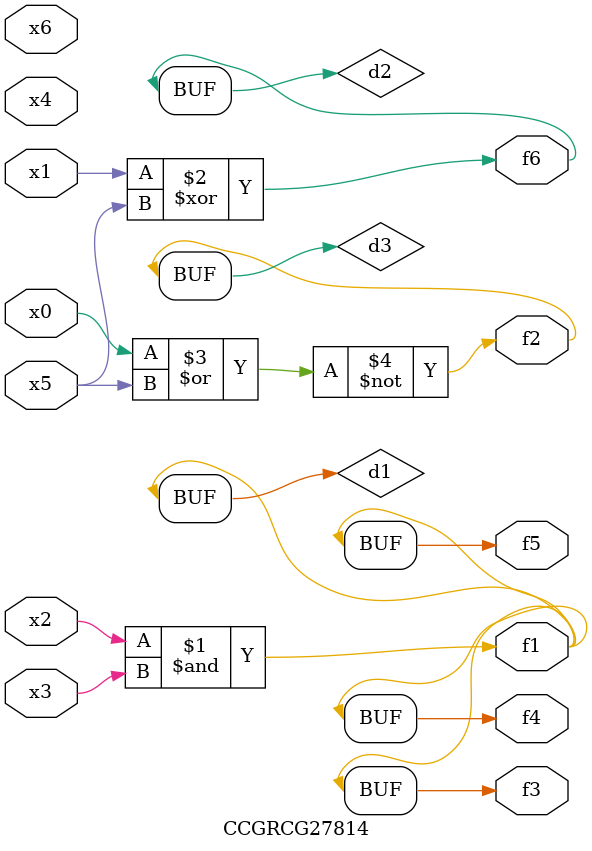
<source format=v>
module CCGRCG27814(
	input x0, x1, x2, x3, x4, x5, x6,
	output f1, f2, f3, f4, f5, f6
);

	wire d1, d2, d3;

	and (d1, x2, x3);
	xor (d2, x1, x5);
	nor (d3, x0, x5);
	assign f1 = d1;
	assign f2 = d3;
	assign f3 = d1;
	assign f4 = d1;
	assign f5 = d1;
	assign f6 = d2;
endmodule

</source>
